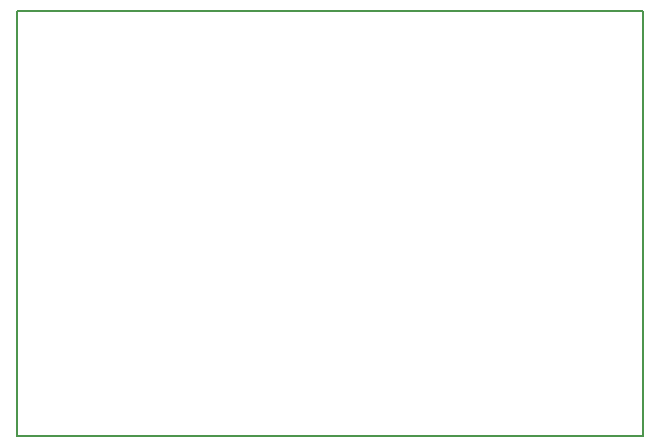
<source format=gm1>
G04 #@! TF.GenerationSoftware,KiCad,Pcbnew,5.0.1+dfsg1-3*
G04 #@! TF.CreationDate,2019-03-17T20:51:20-04:00*
G04 #@! TF.ProjectId,controller,636F6E74726F6C6C65722E6B69636164,rev?*
G04 #@! TF.SameCoordinates,Original*
G04 #@! TF.FileFunction,Profile,NP*
%FSLAX46Y46*%
G04 Gerber Fmt 4.6, Leading zero omitted, Abs format (unit mm)*
G04 Created by KiCad (PCBNEW 5.0.1+dfsg1-3) date Sun 17 Mar 2019 08:51:20 PM EDT*
%MOMM*%
%LPD*%
G01*
G04 APERTURE LIST*
%ADD10C,0.150000*%
G04 APERTURE END LIST*
D10*
X84000000Y-126000000D02*
X84000000Y-90000000D01*
X137000000Y-126000000D02*
X84000000Y-126000000D01*
X137000000Y-90000000D02*
X137000000Y-126000000D01*
X84000000Y-90000000D02*
X137000000Y-90000000D01*
M02*

</source>
